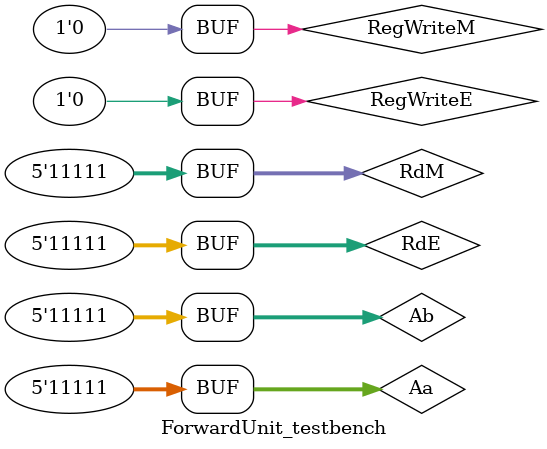
<source format=sv>
`timescale 1ns/10ps
module ForwardUnit(Aa, Ab, RdE, RdM, RegWriteE, RegWriteM, ForwardA, ForwardB);
	input logic [4:0] Aa, Ab, RdE, RdM;
	input logic RegWriteE, RegWriteM;
	output logic [1:0] ForwardA, ForwardB;
	
	
	logic RDMA, RDEA, RDMB, RDEB, RDMA_Write, RDEA_Write, RDMB_Write, RDEB_Write, Exception_31A, Exception_31B, ANot31, BNot31;
	logic [1:0] ATemp, BTemp;
	
	//checks if the Rd of the previous 2 instructions match the either of the inputs to the current instruction
	equals5x2_1 EQUAL1 (.I0(Aa), .I1(RdM), .matchOut(RDMA));
	equals5x2_1 EQUAL2 (.I0(Aa), .I1(RdE), .matchOut(RDEA));
	equals5x2_1 EQUAL3 (.I0(Ab), .I1(RdM), .matchOut(RDMB));
	equals5x2_1 EQUAL4 (.I0(Ab), .I1(RdE), .matchOut(RDEB));
	
	equals5x2_1 EQUAL31A (.I0(Aa), .I1(5'b11111), .matchOut(Exception_31A));
	equals5x2_1 EQUAL31B (.I0(Ab), .I1(5'b11111), .matchOut(Exception_31B));
	
	assign ANot31 = ~Exception_31A;
	assign BNot31 = ~Exception_31B;
	
	
	//Checks if matching rd is going to be written to (Does not write
	and AND1 (RDMA_Write, RDMA, RegWriteM, ANot31);
	and AND2 (RDEA_Write, RDEA, RegWriteE, ANot31);
	and AND3 (RDMB_Write, RDMB, RegWriteM, BNot31);
	and AND4 (RDEB_Write, RDEB, RegWriteE, BNot31);
	
	
	
	//assigns output signal based on whether forwarding is necessary
	mux2x2_1 MUXA1(ATemp, 2'b00, 2'b10, RDMA_Write);
	mux2x2_1 MUXAOUT(ForwardA, ATemp, 2'b01, RDEA_Write);	
	mux2x2_1 MUXB1(BTemp, 2'b00, 2'b10, RDMB_Write);
	mux2x2_1 MUXBOUT(ForwardB, BTemp, 2'b01, RDEB_Write);
	
	
endmodule 
	
module mux2x2_1(out, i0, i1, sel);
	output logic [1:0] out;
	input logic [1:0] i0, i1;
	input logic sel;
	
	

	mux2_1 MUX0 (out[0], i0[0], i1[0], sel);
	mux2_1 MUX1 (out[1], i0[1], i1[1], sel);
	
endmodule 


module ForwardUnit_testbench();
	logic [4:0] Aa, Ab, RdE, RdM;
	logic RegWriteE, RegWriteM;
	logic [1:0] ForwardA, ForwardB;
	
	
	ForwardUnit dut (.Aa, .Ab, .RdE, .RdM, .RegWriteE, .RegWriteM, .ForwardA, .ForwardB);
	
	initial begin
		RegWriteE = 0; RegWriteM = 0;
		#100;
		Aa = 5'b11111; Ab = 5'b11111; RdE = 5'b11111; RdM = 5'b11111; 
		#100;
		RdE = 5'b10000;
		RdM = 5'b10000;
		for (int i = 0; i < 32; i++) begin
			RegWriteE = ~RegWriteE;
			
			if(i % 2 == 0) begin
				RegWriteM = ~RegWriteM;
			end
			
			Aa = i;
			Ab = i;
			RdE= i;
			RdM = i;
			#100;
		end
		
		
	end
	
endmodule
</source>
